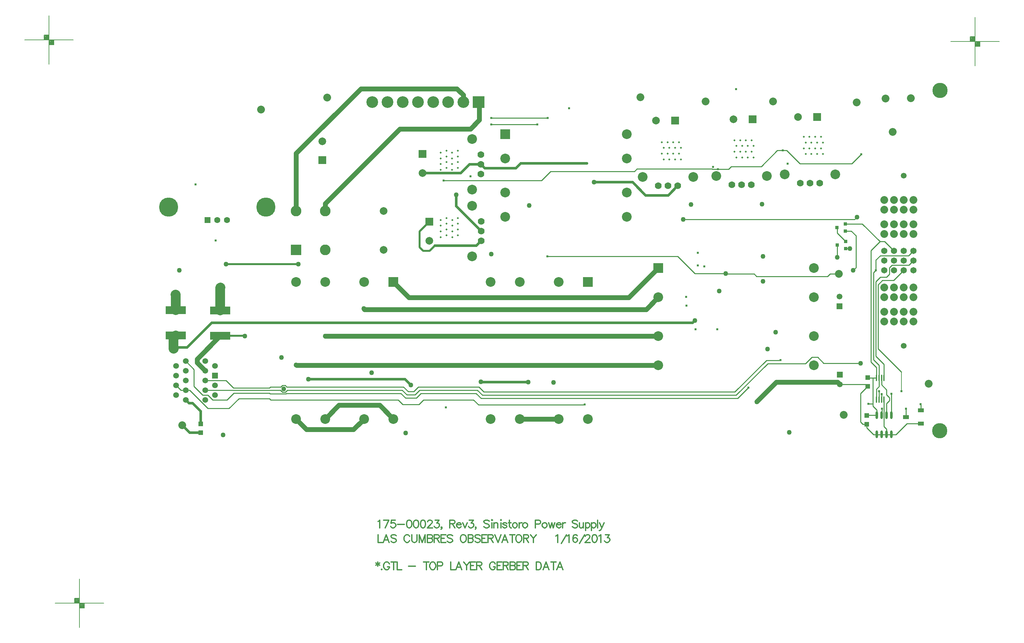
<source format=gtl>
%FSLAX23Y23*%
%MOIN*%
G70*
G01*
G75*
G04 Layer_Physical_Order=1*
G04 Layer_Color=255*
%ADD10O,0.024X0.079*%
%ADD11R,0.209X0.079*%
%ADD12O,0.014X0.067*%
%ADD13R,0.059X0.039*%
%ADD14R,0.036X0.036*%
%ADD15R,0.050X0.050*%
%ADD16C,0.050*%
%ADD17C,0.007*%
%ADD18C,0.010*%
%ADD19C,0.025*%
%ADD20C,0.100*%
%ADD21C,0.020*%
%ADD22C,0.012*%
%ADD23C,0.008*%
%ADD24C,0.012*%
%ADD25C,0.012*%
%ADD26C,0.100*%
%ADD27R,0.100X0.100*%
%ADD28R,0.100X0.100*%
%ADD29C,0.020*%
%ADD30R,0.063X0.063*%
%ADD31C,0.063*%
%ADD32C,0.070*%
%ADD33C,0.079*%
%ADD34R,0.110X0.110*%
%ADD35C,0.110*%
%ADD36C,0.080*%
%ADD37C,0.065*%
%ADD38C,0.059*%
%ADD39R,0.059X0.059*%
%ADD40R,0.059X0.059*%
%ADD41C,0.120*%
%ADD42R,0.120X0.120*%
%ADD43R,0.079X0.079*%
%ADD44R,0.079X0.079*%
%ADD45C,0.157*%
%ADD46C,0.197*%
%ADD47C,0.024*%
%ADD48C,0.050*%
D10*
X25086Y15811D02*
D03*
X25136D02*
D03*
X25186D02*
D03*
X25236D02*
D03*
X25086Y16008D02*
D03*
X25136D02*
D03*
X25186D02*
D03*
X25236D02*
D03*
D11*
X17879Y16829D02*
D03*
Y17089D02*
D03*
X18336Y16825D02*
D03*
Y17085D02*
D03*
D12*
X25083Y16168D02*
D03*
X25109D02*
D03*
X25134D02*
D03*
X25160D02*
D03*
X25083Y16392D02*
D03*
X25109D02*
D03*
X25134D02*
D03*
X25160D02*
D03*
D13*
X25538Y15921D02*
D03*
X25385Y15990D02*
D03*
X25538Y16059D02*
D03*
D14*
X24763Y17976D02*
D03*
X24677Y17939D02*
D03*
X24763Y17902D02*
D03*
X24764Y17723D02*
D03*
X24678Y17760D02*
D03*
X24764Y17797D02*
D03*
D15*
X18136Y15920D02*
D03*
Y15830D02*
D03*
X24991Y16395D02*
D03*
Y16305D02*
D03*
X24981Y16005D02*
D03*
Y15915D02*
D03*
D16*
X20992Y19228D02*
X21000Y19220D01*
Y19045D02*
Y19220D01*
X20836Y19228D02*
Y19301D01*
X20770Y19367D02*
X20836Y19301D01*
X19782Y19367D02*
X20770D01*
X19116Y18701D02*
X19782Y19367D01*
X20115Y17380D02*
X20277Y17218D01*
X22536D01*
X22839Y17521D01*
X19820Y17096D02*
X22714D01*
X22839Y17221D01*
X19974Y16821D02*
X22839D01*
X18098Y16587D02*
X18336Y16825D01*
X19974Y16111D02*
X20115Y15970D01*
X19556Y16111D02*
X19974D01*
X19415Y15970D02*
X19556Y16111D01*
X19707Y15862D02*
X19815Y15970D01*
X19223Y15862D02*
X19707D01*
X19115Y15970D02*
X19223Y15862D01*
X21414Y15970D02*
X21814D01*
X19416Y16822D02*
X19973D01*
X19974Y16821D01*
Y16521D02*
X20007D01*
X22839D01*
X23852Y16148D02*
X24053Y16349D01*
X24682D01*
X24707Y16324D01*
X19811Y17105D02*
X19820Y17096D01*
X19116Y16527D02*
X19122Y16521D01*
X20007D01*
X19416Y18110D02*
Y18187D01*
X20182Y18953D01*
X20908D01*
X21000Y19045D01*
X19116Y18110D02*
Y18701D01*
X18098Y16548D02*
Y16587D01*
Y16548D02*
X18182Y16464D01*
D17*
X23639Y19363D02*
X23644Y19359D01*
X25338Y16254D02*
Y16453D01*
D18*
X25098Y16693D02*
X25338Y16453D01*
X25098Y16693D02*
Y17349D01*
X25143Y17394D01*
X25258D01*
X25362Y17498D01*
X25109Y16392D02*
Y16523D01*
X25053Y16578D02*
X25109Y16523D01*
X25027Y16555D02*
Y17703D01*
Y16555D02*
X25083Y16499D01*
X24998Y16124D02*
X25047D01*
Y16392D01*
Y16102D02*
Y16124D01*
X25537Y16122D02*
X25538Y16121D01*
Y16059D02*
Y16121D01*
X25047Y16392D02*
X25083D01*
X24994D02*
X25047D01*
Y16102D02*
X25086Y16063D01*
Y16008D02*
Y16063D01*
X24991Y16395D02*
X24994Y16392D01*
X25083D02*
Y16499D01*
X25136Y16008D02*
X25138Y16010D01*
Y16075D01*
X25384Y16074D02*
X25385Y16074D01*
Y15990D02*
Y16074D01*
X25134Y16322D02*
Y16392D01*
Y16322D02*
X25186Y16270D01*
Y16219D02*
Y16270D01*
Y16219D02*
X25216Y16189D01*
Y16158D02*
Y16189D01*
X25186Y16128D02*
X25216Y16158D01*
X25186Y16008D02*
Y16128D01*
X25236Y16008D02*
Y16228D01*
X25134Y16168D02*
Y16227D01*
X25109Y16168D02*
Y16254D01*
Y16303D02*
Y16392D01*
X25083Y16278D02*
X25109Y16303D01*
X25083Y16168D02*
Y16278D01*
X24981Y16005D02*
X24985Y16008D01*
X25086D01*
X24678Y17883D02*
Y17940D01*
Y17883D02*
X24764Y17797D01*
Y17723D02*
X24808D01*
X24810Y17721D01*
X24764Y17903D02*
X24822D01*
X23852Y16145D02*
Y16148D01*
X24707Y16324D02*
X24972D01*
X24991Y16305D01*
X24941Y15915D02*
X24981D01*
X24918Y15938D02*
X24941Y15915D01*
X24918Y15938D02*
Y16232D01*
X24991Y16305D01*
X24981Y15879D02*
Y15915D01*
Y15879D02*
X25051Y15809D01*
X25282D02*
X25394Y15921D01*
X25538D01*
X25160Y16168D02*
X25160Y16167D01*
Y15892D02*
Y16167D01*
Y15892D02*
X25186Y15866D01*
Y15809D02*
Y15811D01*
Y15866D01*
X25051Y15809D02*
X25186D01*
X25282D01*
X24678Y17634D02*
Y17760D01*
Y17634D02*
X24680Y17632D01*
X23531Y17464D02*
X23534Y17461D01*
X18182Y16364D02*
X18397D01*
X18472Y16289D01*
X18259Y16166D02*
X18407D01*
X18477Y16236D01*
X18021Y16264D02*
X18208Y16078D01*
X18427D01*
X18528Y16179D01*
X18842D02*
X18854Y16167D01*
X18976Y16245D02*
X19005D01*
X19011Y16230D02*
X19014Y16233D01*
X20193D01*
X18956Y16264D02*
X18976Y16245D01*
X19005D02*
X19026Y16266D01*
X18842Y16236D02*
X18848Y16230D01*
X19011D01*
X18842Y16289D02*
X18853Y16299D01*
X18960D01*
X18976Y16315D01*
X19005D01*
X19020Y16299D01*
X20268Y16252D02*
X20324D01*
X19026Y16266D02*
X20207D01*
X20254Y16219D01*
X20338D01*
X20385Y16266D01*
X20193Y16233D02*
X20241Y16186D01*
X20352D01*
X20399Y16233D01*
X18854Y16167D02*
X20166D01*
X20213Y16120D01*
X20379D01*
X20427Y16167D01*
X20939D01*
X19020Y16299D02*
X20220D01*
X20268Y16252D01*
X20324D02*
X20372Y16299D01*
X20939Y16167D02*
X20991Y16116D01*
X20399Y16233D02*
X20966D01*
X21018Y16182D01*
X20385Y16266D02*
X20980D01*
X21032Y16215D01*
X20372Y16299D02*
X20994D01*
X21045Y16248D01*
X23627D01*
X23952Y16573D01*
X21032Y16215D02*
X23640D01*
X23965Y16540D01*
X24353D01*
X21018Y16182D02*
X23654D01*
X18472Y16289D02*
X18842D01*
X18182Y16264D02*
X18956D01*
X18477Y16236D02*
X18842D01*
X18528Y16179D02*
X18842D01*
X20991Y16116D02*
X22081D01*
X23654Y16182D02*
X23764Y16292D01*
X23952Y16573D02*
X24095D01*
X24540Y16543D02*
X24919D01*
X24478Y16605D02*
X24540Y16543D01*
X24418Y16605D02*
X24478D01*
X24353Y16540D02*
X24418Y16605D01*
X24855Y18021D02*
X24881Y18047D01*
X23096Y18021D02*
X24855D01*
X23824Y17461D02*
X23850Y17435D01*
X23534Y17461D02*
X23824D01*
X24694D02*
X24696Y17463D01*
X23850Y17435D02*
X24578D01*
X24604Y17461D01*
X24694D01*
X24845Y17501D02*
X24871Y17527D01*
Y17854D01*
X24822Y17903D02*
X24871Y17854D01*
X24764Y17977D02*
X24936D01*
X25119Y17794D01*
X25027Y17703D02*
X25119Y17794D01*
X25166D02*
X25262Y17698D01*
X25119Y17794D02*
X25166D01*
X21121Y18999D02*
X21594D01*
X21595Y18998D01*
X23216Y17464D02*
X23531D01*
X23039Y17641D02*
X23216Y17464D01*
X21699Y17641D02*
X23039D01*
X21123Y19064D02*
X21703D01*
X21121Y19066D02*
X21123Y19064D01*
X20632Y18423D02*
X21638D01*
X21732Y18517D01*
X22594D01*
X22620Y18543D01*
X23391D01*
X23394Y18540D01*
X23562D02*
X23589Y18567D01*
X23898D01*
X24063Y18732D01*
X24160D02*
X24297Y18595D01*
X24829D01*
X24927Y18693D01*
X24063Y18732D02*
X24118D01*
X24160D01*
X23394Y18540D02*
X23452D01*
X23562D01*
X18209Y16216D02*
X18259Y16166D01*
X18156Y16216D02*
X18209D01*
X18067Y16305D02*
X18156Y16216D01*
X18067Y16305D02*
Y16479D01*
X17982Y16564D02*
X18067Y16479D01*
X17982Y16264D02*
X18021D01*
X17932D02*
X17982D01*
X17882Y16314D02*
X17932Y16264D01*
X25053Y16578D02*
Y17476D01*
X25077Y17500D01*
Y17604D01*
X25122Y17649D01*
X25413D01*
X25462Y17698D01*
X25416Y17552D02*
X25462Y17598D01*
X25241Y17552D02*
X25416D01*
X25215Y17526D02*
X25241Y17552D01*
X25215Y17459D02*
Y17526D01*
X25184Y17428D02*
X25215Y17459D01*
X25123Y17428D02*
X25184D01*
X25077Y17382D02*
X25123Y17428D01*
X25077Y16616D02*
Y17382D01*
Y16616D02*
X25160Y16533D01*
Y16392D02*
Y16533D01*
D19*
X19242Y16379D02*
X20237D01*
X20296Y16320D01*
X21018Y16350D02*
X21502D01*
X21015Y16353D02*
X21018Y16350D01*
X20968Y17752D02*
X21019Y17803D01*
X20543Y17752D02*
X20968D01*
X21424Y18599D02*
X22104D01*
X21375Y18550D02*
X21424Y18599D01*
X21056Y18550D02*
X21375D01*
X21016Y18590D02*
X21056Y18550D01*
X20900Y18590D02*
X21016D01*
X20809Y18499D02*
X20900Y18590D01*
X20415Y18499D02*
X20809D01*
X22179Y18404D02*
X22576D01*
X22710Y18270D01*
X22941D01*
X23039Y18369D01*
X20761Y18160D02*
X21019Y17903D01*
X20761Y18160D02*
Y18274D01*
X17858Y16691D02*
X17872Y16705D01*
X17995D01*
X18249Y16959D01*
X23193D02*
X23215Y16981D01*
X18021Y15830D02*
X18136D01*
X17945Y15906D02*
X18021Y15830D01*
X18136Y15920D02*
Y16050D01*
X18053Y16133D02*
X18136Y16050D01*
X18249Y16959D02*
X21727D01*
X23193D01*
X18014Y16133D02*
X18053D01*
X17982Y16164D02*
X18014Y16133D01*
D20*
X17879Y17089D02*
Y17248D01*
X17877Y17250D02*
X17879Y17248D01*
X17857Y16807D02*
X17879Y16829D01*
X17857Y16691D02*
X17858D01*
X18336Y17085D02*
Y17319D01*
X18340Y17323D01*
X17857Y16691D02*
Y16807D01*
D21*
X20490Y17698D02*
X20543Y17752D01*
X20423Y17698D02*
X20490D01*
X20385Y17736D02*
X20423Y17698D01*
X20385Y17736D02*
Y17898D01*
X20486Y17998D01*
X18395Y17561D02*
X19140D01*
X18336Y16825D02*
X18587D01*
X18590Y16822D01*
D22*
X19956Y14499D02*
Y14454D01*
X19937Y14488D02*
X19975Y14465D01*
Y14488D02*
X19937Y14465D01*
X19995Y14427D02*
X19991Y14423D01*
X19995Y14419D01*
X19999Y14423D01*
X19995Y14427D01*
X20074Y14480D02*
X20070Y14488D01*
X20062Y14496D01*
X20055Y14499D01*
X20039D01*
X20032Y14496D01*
X20024Y14488D01*
X20020Y14480D01*
X20017Y14469D01*
Y14450D01*
X20020Y14439D01*
X20024Y14431D01*
X20032Y14423D01*
X20039Y14419D01*
X20055D01*
X20062Y14423D01*
X20070Y14431D01*
X20074Y14439D01*
Y14450D01*
X20055D02*
X20074D01*
X20119Y14499D02*
Y14419D01*
X20092Y14499D02*
X20145D01*
X20155D02*
Y14419D01*
X20201D01*
X20272Y14454D02*
X20341D01*
X20454Y14499D02*
Y14419D01*
X20427Y14499D02*
X20481D01*
X20513D02*
X20505Y14496D01*
X20498Y14488D01*
X20494Y14480D01*
X20490Y14469D01*
Y14450D01*
X20494Y14439D01*
X20498Y14431D01*
X20505Y14423D01*
X20513Y14419D01*
X20528D01*
X20536Y14423D01*
X20543Y14431D01*
X20547Y14439D01*
X20551Y14450D01*
Y14469D01*
X20547Y14480D01*
X20543Y14488D01*
X20536Y14496D01*
X20528Y14499D01*
X20513D01*
X20570Y14458D02*
X20604D01*
X20615Y14461D01*
X20619Y14465D01*
X20623Y14473D01*
Y14484D01*
X20619Y14492D01*
X20615Y14496D01*
X20604Y14499D01*
X20570D01*
Y14419D01*
X20704Y14499D02*
Y14419D01*
X20749D01*
X20819D02*
X20789Y14499D01*
X20758Y14419D01*
X20770Y14446D02*
X20808D01*
X20838Y14499D02*
X20868Y14461D01*
Y14419D01*
X20899Y14499D02*
X20868Y14461D01*
X20959Y14499D02*
X20909D01*
Y14419D01*
X20959D01*
X20909Y14461D02*
X20939D01*
X20972Y14499D02*
Y14419D01*
Y14499D02*
X21006D01*
X21018Y14496D01*
X21021Y14492D01*
X21025Y14484D01*
Y14477D01*
X21021Y14469D01*
X21018Y14465D01*
X21006Y14461D01*
X20972D01*
X20999D02*
X21025Y14419D01*
X21163Y14480D02*
X21159Y14488D01*
X21152Y14496D01*
X21144Y14499D01*
X21129D01*
X21121Y14496D01*
X21114Y14488D01*
X21110Y14480D01*
X21106Y14469D01*
Y14450D01*
X21110Y14439D01*
X21114Y14431D01*
X21121Y14423D01*
X21129Y14419D01*
X21144D01*
X21152Y14423D01*
X21159Y14431D01*
X21163Y14439D01*
Y14450D01*
X21144D02*
X21163D01*
X21231Y14499D02*
X21181D01*
Y14419D01*
X21231D01*
X21181Y14461D02*
X21212D01*
X21244Y14499D02*
Y14419D01*
Y14499D02*
X21278D01*
X21290Y14496D01*
X21294Y14492D01*
X21297Y14484D01*
Y14477D01*
X21294Y14469D01*
X21290Y14465D01*
X21278Y14461D01*
X21244D01*
X21271D02*
X21297Y14419D01*
X21315Y14499D02*
Y14419D01*
Y14499D02*
X21350D01*
X21361Y14496D01*
X21365Y14492D01*
X21369Y14484D01*
Y14477D01*
X21365Y14469D01*
X21361Y14465D01*
X21350Y14461D01*
X21315D02*
X21350D01*
X21361Y14458D01*
X21365Y14454D01*
X21369Y14446D01*
Y14435D01*
X21365Y14427D01*
X21361Y14423D01*
X21350Y14419D01*
X21315D01*
X21436Y14499D02*
X21387D01*
Y14419D01*
X21436D01*
X21387Y14461D02*
X21417D01*
X21449Y14499D02*
Y14419D01*
Y14499D02*
X21484D01*
X21495Y14496D01*
X21499Y14492D01*
X21503Y14484D01*
Y14477D01*
X21499Y14469D01*
X21495Y14465D01*
X21484Y14461D01*
X21449D01*
X21476D02*
X21503Y14419D01*
X21584Y14499D02*
Y14419D01*
Y14499D02*
X21610D01*
X21622Y14496D01*
X21629Y14488D01*
X21633Y14480D01*
X21637Y14469D01*
Y14450D01*
X21633Y14439D01*
X21629Y14431D01*
X21622Y14423D01*
X21610Y14419D01*
X21584D01*
X21716D02*
X21685Y14499D01*
X21655Y14419D01*
X21666Y14446D02*
X21704D01*
X21761Y14499D02*
Y14419D01*
X21734Y14499D02*
X21788D01*
X21858Y14419D02*
X21828Y14499D01*
X21797Y14419D01*
X21809Y14446D02*
X21847D01*
D23*
X16640Y14077D02*
X17140D01*
X16890Y13827D02*
Y14327D01*
X16840Y14077D02*
Y14127D01*
X16890D01*
X16940Y14027D02*
Y14077D01*
X16890Y14027D02*
X16940D01*
X16895Y14072D02*
X16935D01*
Y14032D02*
Y14072D01*
X16895Y14032D02*
X16935D01*
X16895D02*
Y14072D01*
X16900Y14067D02*
X16930D01*
Y14037D02*
Y14067D01*
X16900Y14037D02*
X16930D01*
X16900D02*
Y14062D01*
X16905D02*
X16925D01*
Y14042D02*
Y14062D01*
X16905Y14042D02*
X16925D01*
X16905D02*
Y14057D01*
X16910D02*
X16920D01*
Y14047D02*
Y14057D01*
X16910Y14047D02*
X16920D01*
X16910D02*
Y14057D01*
Y14052D02*
X16920D01*
X16845Y14122D02*
X16885D01*
Y14082D02*
Y14122D01*
X16845Y14082D02*
X16885D01*
X16845D02*
Y14122D01*
X16850Y14117D02*
X16880D01*
Y14087D02*
Y14117D01*
X16850Y14087D02*
X16880D01*
X16850D02*
Y14112D01*
X16855D02*
X16875D01*
Y14092D02*
Y14112D01*
X16855Y14092D02*
X16875D01*
X16855D02*
Y14107D01*
X16860D02*
X16870D01*
Y14097D02*
Y14107D01*
X16860Y14097D02*
X16870D01*
X16860D02*
Y14107D01*
Y14102D02*
X16870D01*
X16327Y19868D02*
X16827D01*
X16577Y19618D02*
Y20118D01*
X16527Y19868D02*
Y19918D01*
X16577D01*
X16627Y19818D02*
Y19868D01*
X16577Y19818D02*
X16627D01*
X16582Y19863D02*
X16622D01*
Y19823D02*
Y19863D01*
X16582Y19823D02*
X16622D01*
X16582D02*
Y19863D01*
X16587Y19858D02*
X16617D01*
Y19828D02*
Y19858D01*
X16587Y19828D02*
X16617D01*
X16587D02*
Y19853D01*
X16592D02*
X16612D01*
Y19833D02*
Y19853D01*
X16592Y19833D02*
X16612D01*
X16592D02*
Y19848D01*
X16597D02*
X16607D01*
Y19838D02*
Y19848D01*
X16597Y19838D02*
X16607D01*
X16597D02*
Y19848D01*
Y19843D02*
X16607D01*
X16532Y19913D02*
X16572D01*
Y19873D02*
Y19913D01*
X16532Y19873D02*
X16572D01*
X16532D02*
Y19913D01*
X16537Y19908D02*
X16567D01*
Y19878D02*
Y19908D01*
X16537Y19878D02*
X16567D01*
X16537D02*
Y19903D01*
X16542D02*
X16562D01*
Y19883D02*
Y19903D01*
X16542Y19883D02*
X16562D01*
X16542D02*
Y19898D01*
X16547D02*
X16557D01*
Y19888D02*
Y19898D01*
X16547Y19888D02*
X16557D01*
X16547D02*
Y19898D01*
Y19893D02*
X16557D01*
X25846Y19852D02*
X26346D01*
X26096Y19602D02*
Y20102D01*
X26046Y19852D02*
Y19902D01*
X26096D01*
X26146Y19802D02*
Y19852D01*
X26096Y19802D02*
X26146D01*
X26101Y19847D02*
X26141D01*
Y19807D02*
Y19847D01*
X26101Y19807D02*
X26141D01*
X26101D02*
Y19847D01*
X26106Y19842D02*
X26136D01*
Y19812D02*
Y19842D01*
X26106Y19812D02*
X26136D01*
X26106D02*
Y19837D01*
X26111D02*
X26131D01*
Y19817D02*
Y19837D01*
X26111Y19817D02*
X26131D01*
X26111D02*
Y19832D01*
X26116D02*
X26126D01*
Y19822D02*
Y19832D01*
X26116Y19822D02*
X26126D01*
X26116D02*
Y19832D01*
Y19827D02*
X26126D01*
X26051Y19897D02*
X26091D01*
Y19857D02*
Y19897D01*
X26051Y19857D02*
X26091D01*
X26051D02*
Y19897D01*
X26056Y19892D02*
X26086D01*
Y19862D02*
Y19892D01*
X26056Y19862D02*
X26086D01*
X26056D02*
Y19887D01*
X26061D02*
X26081D01*
Y19867D02*
Y19887D01*
X26061Y19867D02*
X26081D01*
X26061D02*
Y19882D01*
X26066D02*
X26076D01*
Y19872D02*
Y19882D01*
X26066Y19872D02*
X26076D01*
X26066D02*
Y19882D01*
Y19877D02*
X26076D01*
D24*
X19958Y14915D02*
X19966Y14919D01*
X19977Y14930D01*
Y14850D01*
X20070Y14930D02*
X20032Y14850D01*
X20017Y14930D02*
X20070D01*
X20134D02*
X20096D01*
X20092Y14896D01*
X20096Y14900D01*
X20107Y14903D01*
X20118D01*
X20130Y14900D01*
X20137Y14892D01*
X20141Y14881D01*
Y14873D01*
X20137Y14861D01*
X20130Y14854D01*
X20118Y14850D01*
X20107D01*
X20096Y14854D01*
X20092Y14858D01*
X20088Y14865D01*
X20159Y14884D02*
X20228D01*
X20274Y14930D02*
X20263Y14926D01*
X20255Y14915D01*
X20251Y14896D01*
Y14884D01*
X20255Y14865D01*
X20263Y14854D01*
X20274Y14850D01*
X20282D01*
X20293Y14854D01*
X20301Y14865D01*
X20305Y14884D01*
Y14896D01*
X20301Y14915D01*
X20293Y14926D01*
X20282Y14930D01*
X20274D01*
X20345D02*
X20334Y14926D01*
X20326Y14915D01*
X20323Y14896D01*
Y14884D01*
X20326Y14865D01*
X20334Y14854D01*
X20345Y14850D01*
X20353D01*
X20364Y14854D01*
X20372Y14865D01*
X20376Y14884D01*
Y14896D01*
X20372Y14915D01*
X20364Y14926D01*
X20353Y14930D01*
X20345D01*
X20417D02*
X20405Y14926D01*
X20398Y14915D01*
X20394Y14896D01*
Y14884D01*
X20398Y14865D01*
X20405Y14854D01*
X20417Y14850D01*
X20424D01*
X20436Y14854D01*
X20443Y14865D01*
X20447Y14884D01*
Y14896D01*
X20443Y14915D01*
X20436Y14926D01*
X20424Y14930D01*
X20417D01*
X20469Y14911D02*
Y14915D01*
X20473Y14922D01*
X20476Y14926D01*
X20484Y14930D01*
X20499D01*
X20507Y14926D01*
X20511Y14922D01*
X20515Y14915D01*
Y14907D01*
X20511Y14900D01*
X20503Y14888D01*
X20465Y14850D01*
X20518D01*
X20544Y14930D02*
X20586D01*
X20563Y14900D01*
X20574D01*
X20582Y14896D01*
X20586Y14892D01*
X20590Y14881D01*
Y14873D01*
X20586Y14861D01*
X20578Y14854D01*
X20567Y14850D01*
X20555D01*
X20544Y14854D01*
X20540Y14858D01*
X20536Y14865D01*
X20615Y14854D02*
X20611Y14850D01*
X20607Y14854D01*
X20611Y14858D01*
X20615Y14854D01*
Y14846D01*
X20611Y14839D01*
X20607Y14835D01*
X20695Y14930D02*
Y14850D01*
Y14930D02*
X20730D01*
X20741Y14926D01*
X20745Y14922D01*
X20749Y14915D01*
Y14907D01*
X20745Y14900D01*
X20741Y14896D01*
X20730Y14892D01*
X20695D01*
X20722D02*
X20749Y14850D01*
X20767Y14881D02*
X20812D01*
Y14888D01*
X20809Y14896D01*
X20805Y14900D01*
X20797Y14903D01*
X20786D01*
X20778Y14900D01*
X20770Y14892D01*
X20767Y14881D01*
Y14873D01*
X20770Y14861D01*
X20778Y14854D01*
X20786Y14850D01*
X20797D01*
X20805Y14854D01*
X20812Y14861D01*
X20829Y14903D02*
X20852Y14850D01*
X20875Y14903D02*
X20852Y14850D01*
X20896Y14930D02*
X20938D01*
X20915Y14900D01*
X20926D01*
X20934Y14896D01*
X20938Y14892D01*
X20941Y14881D01*
Y14873D01*
X20938Y14861D01*
X20930Y14854D01*
X20919Y14850D01*
X20907D01*
X20896Y14854D01*
X20892Y14858D01*
X20888Y14865D01*
X20967Y14854D02*
X20963Y14850D01*
X20959Y14854D01*
X20963Y14858D01*
X20967Y14854D01*
Y14846D01*
X20963Y14839D01*
X20959Y14835D01*
X21101Y14919D02*
X21093Y14926D01*
X21082Y14930D01*
X21066D01*
X21055Y14926D01*
X21047Y14919D01*
Y14911D01*
X21051Y14903D01*
X21055Y14900D01*
X21063Y14896D01*
X21085Y14888D01*
X21093Y14884D01*
X21097Y14881D01*
X21101Y14873D01*
Y14861D01*
X21093Y14854D01*
X21082Y14850D01*
X21066D01*
X21055Y14854D01*
X21047Y14861D01*
X21126Y14930D02*
X21130Y14926D01*
X21134Y14930D01*
X21130Y14934D01*
X21126Y14930D01*
X21130Y14903D02*
Y14850D01*
X21148Y14903D02*
Y14850D01*
Y14888D02*
X21159Y14900D01*
X21167Y14903D01*
X21178D01*
X21186Y14900D01*
X21190Y14888D01*
Y14850D01*
X21218Y14930D02*
X21222Y14926D01*
X21226Y14930D01*
X21222Y14934D01*
X21218Y14930D01*
X21222Y14903D02*
Y14850D01*
X21282Y14892D02*
X21278Y14900D01*
X21267Y14903D01*
X21255D01*
X21244Y14900D01*
X21240Y14892D01*
X21244Y14884D01*
X21251Y14881D01*
X21271Y14877D01*
X21278Y14873D01*
X21282Y14865D01*
Y14861D01*
X21278Y14854D01*
X21267Y14850D01*
X21255D01*
X21244Y14854D01*
X21240Y14861D01*
X21310Y14930D02*
Y14865D01*
X21314Y14854D01*
X21322Y14850D01*
X21329D01*
X21299Y14903D02*
X21325D01*
X21360D02*
X21352Y14900D01*
X21344Y14892D01*
X21341Y14881D01*
Y14873D01*
X21344Y14861D01*
X21352Y14854D01*
X21360Y14850D01*
X21371D01*
X21379Y14854D01*
X21386Y14861D01*
X21390Y14873D01*
Y14881D01*
X21386Y14892D01*
X21379Y14900D01*
X21371Y14903D01*
X21360D01*
X21408D02*
Y14850D01*
Y14881D02*
X21411Y14892D01*
X21419Y14900D01*
X21427Y14903D01*
X21438D01*
X21464D02*
X21457Y14900D01*
X21449Y14892D01*
X21445Y14881D01*
Y14873D01*
X21449Y14861D01*
X21457Y14854D01*
X21464Y14850D01*
X21476D01*
X21483Y14854D01*
X21491Y14861D01*
X21495Y14873D01*
Y14881D01*
X21491Y14892D01*
X21483Y14900D01*
X21476Y14903D01*
X21464D01*
X21575Y14888D02*
X21610D01*
X21621Y14892D01*
X21625Y14896D01*
X21629Y14903D01*
Y14915D01*
X21625Y14922D01*
X21621Y14926D01*
X21610Y14930D01*
X21575D01*
Y14850D01*
X21665Y14903D02*
X21658Y14900D01*
X21650Y14892D01*
X21646Y14881D01*
Y14873D01*
X21650Y14861D01*
X21658Y14854D01*
X21665Y14850D01*
X21677D01*
X21685Y14854D01*
X21692Y14861D01*
X21696Y14873D01*
Y14881D01*
X21692Y14892D01*
X21685Y14900D01*
X21677Y14903D01*
X21665D01*
X21713D02*
X21729Y14850D01*
X21744Y14903D02*
X21729Y14850D01*
X21744Y14903D02*
X21759Y14850D01*
X21774Y14903D02*
X21759Y14850D01*
X21793Y14881D02*
X21839D01*
Y14888D01*
X21835Y14896D01*
X21831Y14900D01*
X21824Y14903D01*
X21812D01*
X21805Y14900D01*
X21797Y14892D01*
X21793Y14881D01*
Y14873D01*
X21797Y14861D01*
X21805Y14854D01*
X21812Y14850D01*
X21824D01*
X21831Y14854D01*
X21839Y14861D01*
X21856Y14903D02*
Y14850D01*
Y14881D02*
X21860Y14892D01*
X21867Y14900D01*
X21875Y14903D01*
X21886D01*
X22010Y14919D02*
X22002Y14926D01*
X21991Y14930D01*
X21976D01*
X21964Y14926D01*
X21956Y14919D01*
Y14911D01*
X21960Y14903D01*
X21964Y14900D01*
X21972Y14896D01*
X21995Y14888D01*
X22002Y14884D01*
X22006Y14881D01*
X22010Y14873D01*
Y14861D01*
X22002Y14854D01*
X21991Y14850D01*
X21976D01*
X21964Y14854D01*
X21956Y14861D01*
X22028Y14903D02*
Y14865D01*
X22032Y14854D01*
X22039Y14850D01*
X22051D01*
X22058Y14854D01*
X22070Y14865D01*
Y14903D02*
Y14850D01*
X22091Y14903D02*
Y14823D01*
Y14892D02*
X22098Y14900D01*
X22106Y14903D01*
X22117D01*
X22125Y14900D01*
X22132Y14892D01*
X22136Y14881D01*
Y14873D01*
X22132Y14861D01*
X22125Y14854D01*
X22117Y14850D01*
X22106D01*
X22098Y14854D01*
X22091Y14861D01*
X22153Y14903D02*
Y14823D01*
Y14892D02*
X22161Y14900D01*
X22169Y14903D01*
X22180D01*
X22188Y14900D01*
X22195Y14892D01*
X22199Y14881D01*
Y14873D01*
X22195Y14861D01*
X22188Y14854D01*
X22180Y14850D01*
X22169D01*
X22161Y14854D01*
X22153Y14861D01*
X22216Y14930D02*
Y14850D01*
X22237Y14903D02*
X22260Y14850D01*
X22283Y14903D02*
X22260Y14850D01*
X22252Y14835D01*
X22244Y14827D01*
X22237Y14823D01*
X22233D01*
D25*
X19958Y14780D02*
Y14700D01*
X20004D01*
X20073D02*
X20043Y14780D01*
X20013Y14700D01*
X20024Y14727D02*
X20062D01*
X20145Y14769D02*
X20138Y14776D01*
X20126Y14780D01*
X20111D01*
X20100Y14776D01*
X20092Y14769D01*
Y14761D01*
X20096Y14753D01*
X20100Y14750D01*
X20107Y14746D01*
X20130Y14738D01*
X20138Y14734D01*
X20142Y14731D01*
X20145Y14723D01*
Y14711D01*
X20138Y14704D01*
X20126Y14700D01*
X20111D01*
X20100Y14704D01*
X20092Y14711D01*
X20283Y14761D02*
X20280Y14769D01*
X20272Y14776D01*
X20264Y14780D01*
X20249D01*
X20241Y14776D01*
X20234Y14769D01*
X20230Y14761D01*
X20226Y14750D01*
Y14731D01*
X20230Y14719D01*
X20234Y14711D01*
X20241Y14704D01*
X20249Y14700D01*
X20264D01*
X20272Y14704D01*
X20280Y14711D01*
X20283Y14719D01*
X20306Y14780D02*
Y14723D01*
X20310Y14711D01*
X20317Y14704D01*
X20329Y14700D01*
X20336D01*
X20348Y14704D01*
X20355Y14711D01*
X20359Y14723D01*
Y14780D01*
X20381D02*
Y14700D01*
Y14780D02*
X20412Y14700D01*
X20442Y14780D02*
X20412Y14700D01*
X20442Y14780D02*
Y14700D01*
X20465Y14780D02*
Y14700D01*
Y14780D02*
X20499D01*
X20511Y14776D01*
X20515Y14772D01*
X20518Y14765D01*
Y14757D01*
X20515Y14750D01*
X20511Y14746D01*
X20499Y14742D01*
X20465D02*
X20499D01*
X20511Y14738D01*
X20515Y14734D01*
X20518Y14727D01*
Y14715D01*
X20515Y14708D01*
X20511Y14704D01*
X20499Y14700D01*
X20465D01*
X20536Y14780D02*
Y14700D01*
Y14780D02*
X20570D01*
X20582Y14776D01*
X20586Y14772D01*
X20590Y14765D01*
Y14757D01*
X20586Y14750D01*
X20582Y14746D01*
X20570Y14742D01*
X20536D01*
X20563D02*
X20590Y14700D01*
X20657Y14780D02*
X20607D01*
Y14700D01*
X20657D01*
X20607Y14742D02*
X20638D01*
X20724Y14769D02*
X20716Y14776D01*
X20705Y14780D01*
X20689D01*
X20678Y14776D01*
X20670Y14769D01*
Y14761D01*
X20674Y14753D01*
X20678Y14750D01*
X20686Y14746D01*
X20708Y14738D01*
X20716Y14734D01*
X20720Y14731D01*
X20724Y14723D01*
Y14711D01*
X20716Y14704D01*
X20705Y14700D01*
X20689D01*
X20678Y14704D01*
X20670Y14711D01*
X20827Y14780D02*
X20820Y14776D01*
X20812Y14769D01*
X20808Y14761D01*
X20804Y14750D01*
Y14731D01*
X20808Y14719D01*
X20812Y14711D01*
X20820Y14704D01*
X20827Y14700D01*
X20842D01*
X20850Y14704D01*
X20858Y14711D01*
X20861Y14719D01*
X20865Y14731D01*
Y14750D01*
X20861Y14761D01*
X20858Y14769D01*
X20850Y14776D01*
X20842Y14780D01*
X20827D01*
X20884D02*
Y14700D01*
Y14780D02*
X20918D01*
X20930Y14776D01*
X20933Y14772D01*
X20937Y14765D01*
Y14757D01*
X20933Y14750D01*
X20930Y14746D01*
X20918Y14742D01*
X20884D02*
X20918D01*
X20930Y14738D01*
X20933Y14734D01*
X20937Y14727D01*
Y14715D01*
X20933Y14708D01*
X20930Y14704D01*
X20918Y14700D01*
X20884D01*
X21008Y14769D02*
X21001Y14776D01*
X20989Y14780D01*
X20974D01*
X20963Y14776D01*
X20955Y14769D01*
Y14761D01*
X20959Y14753D01*
X20963Y14750D01*
X20970Y14746D01*
X20993Y14738D01*
X21001Y14734D01*
X21005Y14731D01*
X21008Y14723D01*
Y14711D01*
X21001Y14704D01*
X20989Y14700D01*
X20974D01*
X20963Y14704D01*
X20955Y14711D01*
X21076Y14780D02*
X21026D01*
Y14700D01*
X21076D01*
X21026Y14742D02*
X21057D01*
X21089Y14780D02*
Y14700D01*
Y14780D02*
X21124D01*
X21135Y14776D01*
X21139Y14772D01*
X21143Y14765D01*
Y14757D01*
X21139Y14750D01*
X21135Y14746D01*
X21124Y14742D01*
X21089D01*
X21116D02*
X21143Y14700D01*
X21160Y14780D02*
X21191Y14700D01*
X21221Y14780D02*
X21191Y14700D01*
X21293D02*
X21262Y14780D01*
X21232Y14700D01*
X21243Y14727D02*
X21281D01*
X21338Y14780D02*
Y14700D01*
X21311Y14780D02*
X21365D01*
X21397D02*
X21389Y14776D01*
X21382Y14769D01*
X21378Y14761D01*
X21374Y14750D01*
Y14731D01*
X21378Y14719D01*
X21382Y14711D01*
X21389Y14704D01*
X21397Y14700D01*
X21412D01*
X21420Y14704D01*
X21427Y14711D01*
X21431Y14719D01*
X21435Y14731D01*
Y14750D01*
X21431Y14761D01*
X21427Y14769D01*
X21420Y14776D01*
X21412Y14780D01*
X21397D01*
X21454D02*
Y14700D01*
Y14780D02*
X21488D01*
X21499Y14776D01*
X21503Y14772D01*
X21507Y14765D01*
Y14757D01*
X21503Y14750D01*
X21499Y14746D01*
X21488Y14742D01*
X21454D01*
X21480D02*
X21507Y14700D01*
X21525Y14780D02*
X21555Y14742D01*
Y14700D01*
X21586Y14780D02*
X21555Y14742D01*
X21785Y14765D02*
X21792Y14769D01*
X21804Y14780D01*
Y14700D01*
X21843Y14689D02*
X21897Y14780D01*
X21902Y14765D02*
X21910Y14769D01*
X21921Y14780D01*
Y14700D01*
X22006Y14769D02*
X22003Y14776D01*
X21991Y14780D01*
X21984D01*
X21972Y14776D01*
X21964Y14765D01*
X21961Y14746D01*
Y14727D01*
X21964Y14711D01*
X21972Y14704D01*
X21984Y14700D01*
X21987D01*
X21999Y14704D01*
X22006Y14711D01*
X22010Y14723D01*
Y14727D01*
X22006Y14738D01*
X21999Y14746D01*
X21987Y14750D01*
X21984D01*
X21972Y14746D01*
X21964Y14738D01*
X21961Y14727D01*
X22028Y14689D02*
X22081Y14780D01*
X22090Y14761D02*
Y14765D01*
X22094Y14772D01*
X22098Y14776D01*
X22105Y14780D01*
X22121D01*
X22128Y14776D01*
X22132Y14772D01*
X22136Y14765D01*
Y14757D01*
X22132Y14750D01*
X22124Y14738D01*
X22086Y14700D01*
X22140D01*
X22180Y14780D02*
X22169Y14776D01*
X22161Y14765D01*
X22158Y14746D01*
Y14734D01*
X22161Y14715D01*
X22169Y14704D01*
X22180Y14700D01*
X22188D01*
X22199Y14704D01*
X22207Y14715D01*
X22211Y14734D01*
Y14746D01*
X22207Y14765D01*
X22199Y14776D01*
X22188Y14780D01*
X22180D01*
X22229Y14765D02*
X22236Y14769D01*
X22248Y14780D01*
Y14700D01*
X22295Y14780D02*
X22337D01*
X22314Y14750D01*
X22326D01*
X22333Y14746D01*
X22337Y14742D01*
X22341Y14731D01*
Y14723D01*
X22337Y14711D01*
X22329Y14704D01*
X22318Y14700D01*
X22307D01*
X22295Y14704D01*
X22291Y14708D01*
X22287Y14715D01*
D26*
X24439Y17521D02*
D03*
Y17221D02*
D03*
Y16821D02*
D03*
Y16521D02*
D03*
X22839D02*
D03*
Y16821D02*
D03*
Y17221D02*
D03*
X21265Y18650D02*
D03*
Y18300D02*
D03*
Y18050D02*
D03*
X22515D02*
D03*
Y18300D02*
D03*
Y18650D02*
D03*
Y18900D02*
D03*
X20115Y15970D02*
D03*
X19815D02*
D03*
X19415D02*
D03*
X19115D02*
D03*
Y17380D02*
D03*
X19415D02*
D03*
X19815D02*
D03*
X20927Y18163D02*
D03*
Y17643D02*
D03*
X23199Y18460D02*
D03*
X22679D02*
D03*
X23955Y18469D02*
D03*
X23435D02*
D03*
X24659Y18486D02*
D03*
X24139D02*
D03*
X22114Y15970D02*
D03*
X21814D02*
D03*
X21414D02*
D03*
X21114D02*
D03*
Y17380D02*
D03*
X21414D02*
D03*
X21814D02*
D03*
X20925Y18850D02*
D03*
Y18330D02*
D03*
D27*
X22839Y17521D02*
D03*
X21265Y18900D02*
D03*
D28*
X20115Y17380D02*
D03*
X22114D02*
D03*
D29*
X20780Y18037D02*
D03*
X20780Y17978D02*
D03*
X20780Y17919D02*
D03*
X20780Y17860D02*
D03*
X20721Y17840D02*
D03*
Y17899D02*
D03*
Y17958D02*
D03*
Y18017D02*
D03*
X20662Y18037D02*
D03*
X20662Y17978D02*
D03*
X20662Y17919D02*
D03*
X20662Y17860D02*
D03*
X20603Y17840D02*
D03*
Y17899D02*
D03*
Y17958D02*
D03*
X20603Y18017D02*
D03*
X24531Y18694D02*
D03*
X24472D02*
D03*
X24413D02*
D03*
X24354D02*
D03*
X24334Y18753D02*
D03*
X24393D02*
D03*
X24453D02*
D03*
X24512D02*
D03*
X24531Y18812D02*
D03*
X24472D02*
D03*
X24413D02*
D03*
X24354D02*
D03*
X24334Y18871D02*
D03*
X24393D02*
D03*
X24453D02*
D03*
X24512D02*
D03*
X23071Y18640D02*
D03*
X23012Y18640D02*
D03*
X22953Y18640D02*
D03*
X22894Y18640D02*
D03*
X22874Y18699D02*
D03*
X22934D02*
D03*
X22993D02*
D03*
X23052D02*
D03*
X23071Y18758D02*
D03*
X23012Y18758D02*
D03*
X22953Y18758D02*
D03*
X22894Y18758D02*
D03*
X22874Y18817D02*
D03*
X22934D02*
D03*
X22993D02*
D03*
X23052Y18817D02*
D03*
X23819Y18660D02*
D03*
X23760Y18660D02*
D03*
X23701Y18660D02*
D03*
X23642Y18660D02*
D03*
X23622Y18719D02*
D03*
X23681D02*
D03*
X23740D02*
D03*
X23800D02*
D03*
X23819Y18778D02*
D03*
X23760Y18778D02*
D03*
X23701Y18778D02*
D03*
X23642Y18778D02*
D03*
X23622Y18837D02*
D03*
X23681D02*
D03*
X23740D02*
D03*
X23800Y18837D02*
D03*
X20779Y18729D02*
D03*
X20779Y18670D02*
D03*
X20779Y18611D02*
D03*
X20779Y18552D02*
D03*
X20720Y18532D02*
D03*
Y18591D02*
D03*
Y18650D02*
D03*
Y18709D02*
D03*
X20661Y18729D02*
D03*
X20661Y18670D02*
D03*
X20661Y18611D02*
D03*
X20661Y18552D02*
D03*
X20602Y18532D02*
D03*
Y18591D02*
D03*
Y18650D02*
D03*
X20602Y18709D02*
D03*
D30*
X18204Y18014D02*
D03*
D31*
X18304D02*
D03*
X18404D02*
D03*
D32*
X21019Y17803D02*
D03*
Y17903D02*
D03*
Y18003D02*
D03*
X22839Y18369D02*
D03*
X22939D02*
D03*
X23039D02*
D03*
X23595Y18378D02*
D03*
X23695D02*
D03*
X23795D02*
D03*
X24299Y18395D02*
D03*
X24399D02*
D03*
X24499D02*
D03*
X21016Y18490D02*
D03*
Y18590D02*
D03*
Y18690D02*
D03*
D33*
X20016Y17710D02*
D03*
Y18110D02*
D03*
X19387Y18827D02*
D03*
X22815Y19038D02*
D03*
X23611Y19051D02*
D03*
X24275Y19077D02*
D03*
X20415Y18499D02*
D03*
X20486Y17801D02*
D03*
D34*
X19116Y17710D02*
D03*
D35*
Y18110D02*
D03*
X19416Y17710D02*
D03*
Y18110D02*
D03*
D36*
X25462Y17323D02*
D03*
X25362D02*
D03*
X25262D02*
D03*
X25162D02*
D03*
Y17223D02*
D03*
X25262D02*
D03*
X25362D02*
D03*
X25462D02*
D03*
X25162Y17073D02*
D03*
X25262D02*
D03*
X25362D02*
D03*
X25462D02*
D03*
X25162Y16973D02*
D03*
X25262D02*
D03*
X25362D02*
D03*
X25462D02*
D03*
Y17873D02*
D03*
X25362D02*
D03*
X25262D02*
D03*
X25162D02*
D03*
X25462Y17973D02*
D03*
X25362D02*
D03*
X25262D02*
D03*
X25162D02*
D03*
X25462Y18123D02*
D03*
X25362D02*
D03*
X25262D02*
D03*
X25162D02*
D03*
Y18223D02*
D03*
X25262D02*
D03*
X25362D02*
D03*
X25462D02*
D03*
X18755Y19151D02*
D03*
X25437Y19268D02*
D03*
X25176Y19266D02*
D03*
X25619Y16331D02*
D03*
X24696Y17463D02*
D03*
X24747Y16012D02*
D03*
X23326Y19236D02*
D03*
X24019Y19237D02*
D03*
X24879Y19227D02*
D03*
X19437Y19277D02*
D03*
X22655Y19279D02*
D03*
X25250Y18922D02*
D03*
X17945Y15906D02*
D03*
D37*
X25162Y17698D02*
D03*
X25262D02*
D03*
X25362D02*
D03*
X25462D02*
D03*
X25162Y17598D02*
D03*
X25262D02*
D03*
X25362D02*
D03*
X25462D02*
D03*
X25162Y17498D02*
D03*
X25262D02*
D03*
X25362D02*
D03*
X25462D02*
D03*
D38*
X25362Y18473D02*
D03*
Y16723D02*
D03*
X18182Y16264D02*
D03*
X17982D02*
D03*
Y16364D02*
D03*
Y16464D02*
D03*
X18182D02*
D03*
Y16364D02*
D03*
X18282Y16314D02*
D03*
Y16214D02*
D03*
X18182Y16164D02*
D03*
X17982D02*
D03*
X17882Y16214D02*
D03*
Y16314D02*
D03*
Y16414D02*
D03*
Y16514D02*
D03*
X17982Y16564D02*
D03*
X18182D02*
D03*
X18282Y16514D02*
D03*
X24707Y16324D02*
D03*
X24701Y17230D02*
D03*
D39*
X18282Y16414D02*
D03*
D40*
X24707Y16424D02*
D03*
X24701Y17130D02*
D03*
D41*
X20212Y19228D02*
D03*
X20368D02*
D03*
X20524D02*
D03*
X20680D02*
D03*
X20836D02*
D03*
X20056D02*
D03*
X19900D02*
D03*
D42*
X20992D02*
D03*
D43*
X19387Y18631D02*
D03*
X20415Y18696D02*
D03*
X20486Y17998D02*
D03*
D44*
X23012Y19038D02*
D03*
X23808Y19051D02*
D03*
X24472Y19077D02*
D03*
D45*
X25733Y15849D02*
D03*
X25735Y19349D02*
D03*
D46*
X17804Y18150D02*
D03*
X18804D02*
D03*
D47*
X23639Y19363D02*
D03*
X25338Y16254D02*
D03*
X24998Y16124D02*
D03*
X25537Y16122D02*
D03*
X25138Y16075D02*
D03*
X25384Y16074D02*
D03*
X25236Y16228D02*
D03*
X25134Y16227D02*
D03*
X25109Y16254D02*
D03*
X20657Y16088D02*
D03*
X23223Y16892D02*
D03*
X23128Y17135D02*
D03*
X23124Y17225D02*
D03*
X23444Y16892D02*
D03*
X23247Y17679D02*
D03*
X23312Y17539D02*
D03*
X23247Y17549D02*
D03*
X21923Y19167D02*
D03*
X22081Y16118D02*
D03*
X23764Y16292D02*
D03*
X24095Y16574D02*
D03*
X22104Y18599D02*
D03*
X18290Y17806D02*
D03*
X18081Y18383D02*
D03*
X24170Y18597D02*
D03*
X23403Y18562D02*
D03*
X20910Y18465D02*
D03*
X21121Y18999D02*
D03*
X21595Y18998D02*
D03*
X21727Y16959D02*
D03*
X21699Y17641D02*
D03*
X21703Y19064D02*
D03*
X21121Y19066D02*
D03*
X20632Y18423D02*
D03*
X24927Y18693D02*
D03*
X24118Y18732D02*
D03*
X23452Y18540D02*
D03*
X25077Y17500D02*
D03*
D48*
X24810Y17721D02*
D03*
X24843Y17499D02*
D03*
X23531Y17464D02*
D03*
X23915Y17385D02*
D03*
Y17641D02*
D03*
X19811Y17105D02*
D03*
X19416Y16822D02*
D03*
X19116Y16527D02*
D03*
X19242Y16379D02*
D03*
X20296Y16320D02*
D03*
X21763Y16347D02*
D03*
X21502Y16350D02*
D03*
X21015Y16353D02*
D03*
X22179Y18404D02*
D03*
X23962Y16690D02*
D03*
X24047Y16861D02*
D03*
X20761Y18274D02*
D03*
X21511Y18164D02*
D03*
X21123Y17666D02*
D03*
X23906Y18180D02*
D03*
X23176Y18177D02*
D03*
X23465Y17287D02*
D03*
X23852Y16145D02*
D03*
X24186Y15832D02*
D03*
X24680Y17632D02*
D03*
X17877Y17250D02*
D03*
X17858Y16691D02*
D03*
X18340Y17323D02*
D03*
X17915Y17498D02*
D03*
X23215Y16981D02*
D03*
X18990Y16280D02*
D03*
X18965Y16603D02*
D03*
X18365Y15805D02*
D03*
X24919Y16543D02*
D03*
X24881Y18047D02*
D03*
X23096Y18021D02*
D03*
X19140Y17561D02*
D03*
X18395D02*
D03*
X20241Y15827D02*
D03*
X19891Y16446D02*
D03*
X18590Y16822D02*
D03*
M02*

</source>
